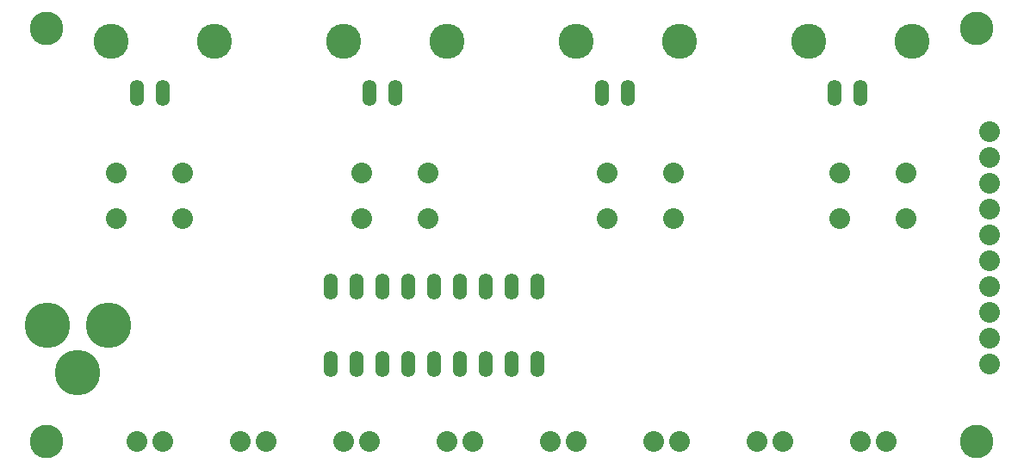
<source format=gbr>
%TF.GenerationSoftware,KiCad,Pcbnew,7.0.7*%
%TF.CreationDate,2023-09-22T15:36:31-04:00*%
%TF.ProjectId,HMS_8ValveDriver,484d535f-3856-4616-9c76-654472697665,rev?*%
%TF.SameCoordinates,Original*%
%TF.FileFunction,Soldermask,Bot*%
%TF.FilePolarity,Negative*%
%FSLAX46Y46*%
G04 Gerber Fmt 4.6, Leading zero omitted, Abs format (unit mm)*
G04 Created by KiCad (PCBNEW 7.0.7) date 2023-09-22 15:36:31*
%MOMM*%
%LPD*%
G01*
G04 APERTURE LIST*
%ADD10C,2.032000*%
%ADD11C,3.302000*%
%ADD12C,3.452400*%
%ADD13O,1.358800X2.565200*%
%ADD14O,1.371600X2.590800*%
%ADD15C,4.470400*%
G04 APERTURE END LIST*
D10*
%TO.C,J5*%
X182791100Y-125323600D03*
X185331100Y-125323600D03*
%TD*%
%TO.C,J1*%
X195491100Y-117703600D03*
X195491100Y-115163600D03*
X195491100Y-112623600D03*
X195491100Y-110083600D03*
X195491100Y-107543600D03*
X195491100Y-105003600D03*
X195491100Y-102463600D03*
X195491100Y-99923600D03*
X195491100Y-97383600D03*
X195491100Y-94843600D03*
%TD*%
D11*
%TO.C,H1*%
X102781100Y-125323600D03*
%TD*%
D12*
%TO.C,J18*%
X109131100Y-85953600D03*
X119291100Y-85953600D03*
D13*
X111671100Y-91033600D03*
X114211100Y-91033600D03*
%TD*%
D12*
%TO.C,J16*%
X154851100Y-85953600D03*
X165011100Y-85953600D03*
D13*
X157391100Y-91033600D03*
X159931100Y-91033600D03*
%TD*%
D10*
%TO.C,J10*%
X131991100Y-125323600D03*
X134531100Y-125323600D03*
%TD*%
D11*
%TO.C,H2*%
X102781100Y-84683600D03*
%TD*%
D12*
%TO.C,J17*%
X131991100Y-85953600D03*
X142151100Y-85953600D03*
D13*
X134531100Y-91033600D03*
X137071100Y-91033600D03*
%TD*%
D10*
%TO.C,S3*%
X157949900Y-98933000D03*
X164452300Y-98933000D03*
X157949900Y-103454200D03*
X164452300Y-103454200D03*
%TD*%
%TO.C,J8*%
X152311100Y-125323600D03*
X154851100Y-125323600D03*
%TD*%
%TO.C,J6*%
X172631100Y-125323600D03*
X175171100Y-125323600D03*
%TD*%
D12*
%TO.C,J15*%
X177711100Y-85953600D03*
X187871100Y-85953600D03*
D13*
X180251100Y-91033600D03*
X182791100Y-91033600D03*
%TD*%
D11*
%TO.C,H3*%
X194221100Y-84683600D03*
%TD*%
D10*
%TO.C,J7*%
X162471100Y-125323600D03*
X165011100Y-125323600D03*
%TD*%
D14*
%TO.C,IC1*%
X151041100Y-110083600D03*
X148501100Y-110083600D03*
X145961100Y-110083600D03*
X143421100Y-110083600D03*
X140881100Y-110083600D03*
X138341100Y-110083600D03*
X135801100Y-110083600D03*
X133261100Y-110083600D03*
X130721100Y-110083600D03*
X130721100Y-117703600D03*
X133261100Y-117703600D03*
X135801100Y-117703600D03*
X138341100Y-117703600D03*
X140881100Y-117703600D03*
X143421100Y-117703600D03*
X145961100Y-117703600D03*
X148501100Y-117703600D03*
X151041100Y-117703600D03*
%TD*%
D10*
%TO.C,S4*%
X180809900Y-98933000D03*
X187312300Y-98933000D03*
X180809900Y-103454200D03*
X187312300Y-103454200D03*
%TD*%
%TO.C,S2*%
X133819900Y-98933000D03*
X140322300Y-98933000D03*
X133819900Y-103454200D03*
X140322300Y-103454200D03*
%TD*%
%TO.C,J12*%
X111671100Y-125323600D03*
X114211100Y-125323600D03*
%TD*%
D11*
%TO.C,H4*%
X194221100Y-125323600D03*
%TD*%
D15*
%TO.C,J4*%
X102861100Y-113893600D03*
X105861100Y-118593600D03*
X108861100Y-113893600D03*
%TD*%
D10*
%TO.C,J9*%
X142151100Y-125323600D03*
X144691100Y-125323600D03*
%TD*%
%TO.C,S1*%
X109689900Y-98933000D03*
X116192300Y-98933000D03*
X109689900Y-103454200D03*
X116192300Y-103454200D03*
%TD*%
%TO.C,J11*%
X121831100Y-125323600D03*
X124371100Y-125323600D03*
%TD*%
M02*

</source>
